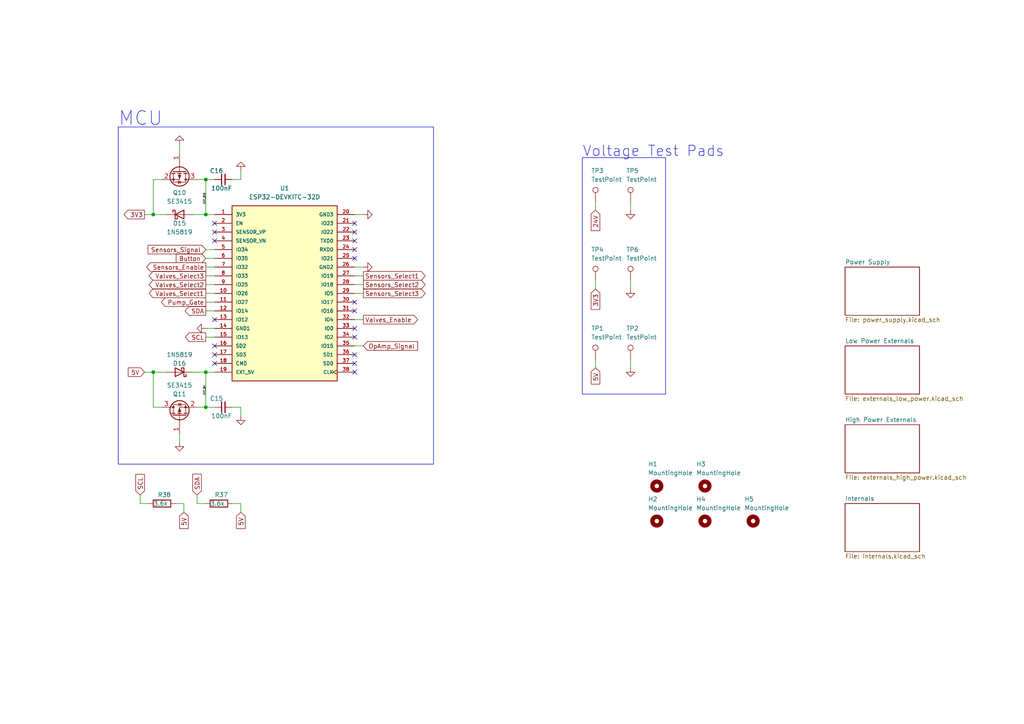
<source format=kicad_sch>
(kicad_sch (version 20230121) (generator eeschema)
  (paper "A4")
  (title_block (title "Plant Watering") (date "2022-08-29") (rev "1") (company "All in one device for plant irrigation") (comment 1 "Reading moisture, processing data, including weather, switching of solenoid valves") (comment 2 "5 A peak current, max. 1 s") (comment 3 "24 V input voltage"))
  (lib_symbols
    (symbol "Connector:TestPoint" (pin_numbers hide) (pin_names (offset 0.762) hide)
      (property "Reference" "TP" (at 0 6.858 0))
      (property "Value" "TestPoint" (at 0 5.08 0))
      (symbol "TestPoint_0_1"
        (circle (center 0 3.302) (radius 0.762))
      )
      (symbol "TestPoint_1_1"
        (pin passive line (at 0 0 90) (length 2.54) (name "1") (number "1"))
      )
    )
    (symbol "Device:C_Small" (pin_numbers hide) (pin_names (offset 0.254) hide)
      (property "Reference" "C" (at 0.254 1.778 0))
      (property "Value" "C_Small" (at 0.254 -2.032 0))
      (symbol "C_Small_0_1"
        (polyline (pts (xy -1.524 -0.508) (xy 1.524 -0.508)) (stroke (width 0.3302)))
        (polyline (pts (xy -1.524 0.508) (xy 1.524 0.508)) (stroke (width 0.3048)))
      )
      (symbol "C_Small_1_1"
        (pin passive line (at 0 2.54 270) (length 2.032) (name "~") (number "1"))
        (pin passive line (at 0 -2.54 90) (length 2.032) (name "~") (number "2"))
      )
    )
    (symbol "Device:D_Schottky" (pin_numbers hide) (pin_names (offset 1.016) hide)
      (property "Reference" "D" (at 0 2.54 0))
      (property "Value" "D_Schottky" (at 0 -2.54 0))
      (symbol "D_Schottky_0_1"
        (polyline (pts (xy 1.27 0) (xy -1.27 0)))
        (polyline (pts (xy 1.27 1.27) (xy 1.27 -1.27) (xy -1.27 0) (xy 1.27 1.27)) (stroke (width 0.254)))
        (polyline (pts (xy -1.905 0.635) (xy -1.905 1.27) (xy -1.27 1.27) (xy -1.27 -1.27) (xy -0.635 -1.27) (xy -0.635 -0.635)) (stroke (width 0.254)))
      )
      (symbol "D_Schottky_1_1"
        (pin passive line (at -3.81 0 0) (length 2.54) (name "K") (number "1"))
        (pin passive line (at 3.81 0 180) (length 2.54) (name "A") (number "2"))
      )
    )
    (symbol "Device:R" (pin_numbers hide) (pin_names (offset 0))
      (property "Reference" "R" (at 2.032 0 90))
      (property "Value" "R" (at 0 0 90))
      (symbol "R_0_1"
        (rectangle (start -1.016 -2.54) (end 1.016 2.54) (stroke (width 0.254)))
      )
      (symbol "R_1_1"
        (pin passive line (at 0 3.81 270) (length 1.27) (name "~") (number "1"))
        (pin passive line (at 0 -3.81 90) (length 1.27) (name "~") (number "2"))
      )
    )
    (symbol "ESP32-DEVKITC-32D:ESP32-DEVKITC-32D" (pin_names (offset 1.016))
      (property "Reference" "U" (at -15.2654 26.0604 0))
      (property "Value" "ESP32-DEVKITC-32D" (at -15.2654 -27.9654 0))
      (symbol "ESP32-DEVKITC-32D_0_0"
        (rectangle (start -15.24 -25.4) (end 15.24 25.4) (stroke (width 0.254)) (fill (type background)))
        (pin power_in line (at -20.32 22.86 0) (length 5.08) (name "3V3") (number "1"))
        (pin bidirectional line (at -20.32 0 0) (length 5.08) (name "IO26") (number "10"))
        (pin bidirectional line (at -20.32 -2.54 0) (length 5.08) (name "IO27") (number "11"))
        (pin bidirectional line (at -20.32 -5.08 0) (length 5.08) (name "IO14") (number "12"))
        (pin bidirectional line (at -20.32 -7.62 0) (length 5.08) (name "IO12") (number "13"))
        (pin power_in line (at -20.32 -10.16 0) (length 5.08) (name "GND1") (number "14"))
        (pin bidirectional line (at -20.32 -12.7 0) (length 5.08) (name "IO13") (number "15"))
        (pin bidirectional line (at -20.32 -15.24 0) (length 5.08) (name "SD2") (number "16"))
        (pin bidirectional line (at -20.32 -17.78 0) (length 5.08) (name "SD3") (number "17"))
        (pin bidirectional line (at -20.32 -20.32 0) (length 5.08) (name "CMD") (number "18"))
        (pin power_in line (at -20.32 -22.86 0) (length 5.08) (name "EXT_5V") (number "19"))
        (pin input line (at -20.32 20.32 0) (length 5.08) (name "EN") (number "2"))
        (pin power_in line (at 20.32 22.86 180) (length 5.08) (name "GND3") (number "20"))
        (pin bidirectional line (at 20.32 20.32 180) (length 5.08) (name "IO23") (number "21"))
        (pin bidirectional line (at 20.32 17.78 180) (length 5.08) (name "IO22") (number "22"))
        (pin output line (at 20.32 15.24 180) (length 5.08) (name "TXD0") (number "23"))
        (pin input line (at 20.32 12.7 180) (length 5.08) (name "RXD0") (number "24"))
        (pin bidirectional line (at 20.32 10.16 180) (length 5.08) (name "IO21") (number "25"))
        (pin power_in line (at 20.32 7.62 180) (length 5.08) (name "GND2") (number "26"))
        (pin bidirectional line (at 20.32 5.08 180) (length 5.08) (name "IO19") (number "27"))
        (pin bidirectional line (at 20.32 2.54 180) (length 5.08) (name "IO18") (number "28"))
        (pin bidirectional line (at 20.32 0 180) (length 5.08) (name "IO5") (number "29"))
        (pin input line (at -20.32 17.78 0) (length 5.08) (name "SENSOR_VP") (number "3"))
        (pin bidirectional line (at 20.32 -2.54 180) (length 5.08) (name "IO17") (number "30"))
        (pin bidirectional line (at 20.32 -5.08 180) (length 5.08) (name "IO16") (number "31"))
        (pin bidirectional line (at 20.32 -7.62 180) (length 5.08) (name "IO4") (number "32"))
        (pin bidirectional line (at 20.32 -10.16 180) (length 5.08) (name "IO0") (number "33"))
        (pin bidirectional line (at 20.32 -12.7 180) (length 5.08) (name "IO2") (number "34"))
        (pin bidirectional line (at 20.32 -15.24 180) (length 5.08) (name "IO15") (number "35"))
        (pin bidirectional line (at 20.32 -17.78 180) (length 5.08) (name "SD1") (number "36"))
        (pin bidirectional line (at 20.32 -20.32 180) (length 5.08) (name "SD0") (number "37"))
        (pin input clock (at 20.32 -22.86 180) (length 5.08) (name "CLK") (number "38"))
        (pin input line (at -20.32 15.24 0) (length 5.08) (name "SENSOR_VN") (number "4"))
        (pin bidirectional line (at -20.32 12.7 0) (length 5.08) (name "IO34") (number "5"))
        (pin bidirectional line (at -20.32 10.16 0) (length 5.08) (name "IO35") (number "6"))
        (pin bidirectional line (at -20.32 7.62 0) (length 5.08) (name "IO32") (number "7"))
        (pin bidirectional line (at -20.32 5.08 0) (length 5.08) (name "IO33") (number "8"))
        (pin bidirectional line (at -20.32 2.54 0) (length 5.08) (name "IO25") (number "9"))
      )
    )
    (symbol "Mechanical:MountingHole" (pin_names (offset 1.016))
      (property "Reference" "H" (at 0 5.08 0))
      (property "Value" "MountingHole" (at 0 3.175 0))
      (symbol "MountingHole_0_1"
        (circle (center 0 0) (radius 1.27) (stroke (width 1.27)))
      )
    )
    (symbol "Transistor_FET:AO3401A" (pin_names hide)
      (property "Reference" "Q" (at 5.08 1.905 0))
      (property "Value" "AO3401A" (at 5.08 0 0))
      (symbol "AO3401A_0_1"
        (polyline (pts (xy 0.254 0) (xy -2.54 0)))
        (polyline (pts (xy 0.254 1.905) (xy 0.254 -1.905)) (stroke (width 0.254)))
        (polyline (pts (xy 0.762 -1.27) (xy 0.762 -2.286)) (stroke (width 0.254)))
        (polyline (pts (xy 0.762 0.508) (xy 0.762 -0.508)) (stroke (width 0.254)))
        (polyline (pts (xy 0.762 2.286) (xy 0.762 1.27)) (stroke (width 0.254)))
        (polyline (pts (xy 2.54 2.54) (xy 2.54 1.778)))
        (polyline (pts (xy 2.54 -2.54) (xy 2.54 0) (xy 0.762 0)))
        (polyline (pts (xy 0.762 1.778) (xy 3.302 1.778) (xy 3.302 -1.778) (xy 0.762 -1.778)))
        (polyline (pts (xy 2.286 0) (xy 1.27 0.381) (xy 1.27 -0.381) (xy 2.286 0)) (fill (type outline)))
        (polyline (pts (xy 2.794 -0.508) (xy 2.921 -0.381) (xy 3.683 -0.381) (xy 3.81 -0.254)))
        (polyline (pts (xy 3.302 -0.381) (xy 2.921 0.254) (xy 3.683 0.254) (xy 3.302 -0.381)))
        (circle (center 1.651 0) (radius 2.794) (stroke (width 0.254)))
        (circle (center 2.54 -1.778) (radius 0.254) (fill (type outline)))
        (circle (center 2.54 1.778) (radius 0.254) (fill (type outline)))
      )
      (symbol "AO3401A_1_1"
        (pin input line (at -5.08 0 0) (length 2.54) (name "G") (number "1"))
        (pin passive line (at 2.54 -5.08 90) (length 2.54) (name "S") (number "2"))
        (pin passive line (at 2.54 5.08 270) (length 2.54) (name "D") (number "3"))
      )
    )
    (symbol "power:GND" (power) (pin_names (offset 0))
      (property "Value" "GND" (at 0 -3.81 0))
      (symbol "GND_0_1"
        (polyline (pts (xy 0 0) (xy 0 -1.27) (xy 1.27 -1.27) (xy 0 -2.54) (xy -1.27 -1.27) (xy 0 -1.27)))
      )
      (symbol "GND_1_1"
        (pin power_in line (at 0 0 270) (length 0) hide (name "GND") (number "1"))
      )
    )
  )
  (junction (at 44.45 62.23))
  (junction (at 44.45 107.95))
  (junction (at 59.69 52.07))
  (junction (at 59.69 107.95))
  (junction (at 59.69 118.11))
  (junction (at 59.69 62.23))
  (no_connect (at 62.23 92.71))
  (no_connect (at 102.87 97.79))
  (no_connect (at 102.87 90.17))
  (no_connect (at 62.23 64.77))
  (no_connect (at 62.23 67.31))
  (no_connect (at 102.87 107.95))
  (no_connect (at 102.87 102.87))
  (no_connect (at 102.87 105.41))
  (no_connect (at 62.23 100.33))
  (no_connect (at 102.87 74.93))
  (no_connect (at 102.87 64.77))
  (no_connect (at 102.87 67.31))
  (no_connect (at 62.23 105.41))
  (no_connect (at 62.23 102.87))
  (no_connect (at 102.87 87.63))
  (no_connect (at 62.23 69.85))
  (no_connect (at 102.87 95.25))
  (no_connect (at 102.87 69.85))
  (no_connect (at 102.87 72.39))
  (polyline (pts (xy 168.91 45.72) (xy 168.91 114.3)))
  (wire (pts (xy 41.91 107.95) (xy 44.45 107.95)))
  (wire (pts (xy 67.31 52.07) (xy 69.85 52.07)))
  (polyline (pts (xy 193.04 114.3) (xy 193.04 45.72)))
  (wire (pts (xy 46.99 52.07) (xy 44.45 52.07)))
  (wire (pts (xy 69.85 52.07) (xy 69.85 49.53)))
  (wire (pts (xy 57.15 146.05) (xy 57.15 143.51)))
  (polyline (pts (xy 34.29 36.83) (xy 34.29 134.62)))
  (wire (pts (xy 59.69 87.63) (xy 62.23 87.63)))
  (wire (pts (xy 59.69 97.79) (xy 62.23 97.79)))
  (wire (pts (xy 59.69 52.07) (xy 62.23 52.07)))
  (wire (pts (xy 44.45 62.23) (xy 48.26 62.23)))
  (wire (pts (xy 102.87 82.55) (xy 105.41 82.55)))
  (wire (pts (xy 59.69 107.95) (xy 62.23 107.95)))
  (wire (pts (xy 52.07 41.91) (xy 52.07 44.45)))
  (wire (pts (xy 102.87 80.01) (xy 105.41 80.01)))
  (wire (pts (xy 102.87 77.47) (xy 105.41 77.47)))
  (polyline (pts (xy 125.73 134.62) (xy 125.73 36.83)))
  (wire (pts (xy 69.85 148.59) (xy 69.85 146.05)))
  (wire (pts (xy 59.69 62.23) (xy 62.23 62.23)))
  (wire (pts (xy 172.72 58.42) (xy 172.72 60.96)))
  (wire (pts (xy 40.64 146.05) (xy 40.64 143.51)))
  (wire (pts (xy 59.69 80.01) (xy 62.23 80.01)))
  (wire (pts (xy 69.85 118.11) (xy 69.85 120.65)))
  (polyline (pts (xy 168.91 114.3) (xy 193.04 114.3)))
  (wire (pts (xy 172.72 104.14) (xy 172.72 106.68)))
  (wire (pts (xy 59.69 52.07) (xy 59.69 62.23)))
  (polyline (pts (xy 125.73 36.83) (xy 34.29 36.83)))
  (wire (pts (xy 62.23 95.25) (xy 59.69 95.25)))
  (wire (pts (xy 182.88 58.42) (xy 182.88 60.96)))
  (wire (pts (xy 46.99 118.11) (xy 44.45 118.11)))
  (wire (pts (xy 55.88 62.23) (xy 59.69 62.23)))
  (wire (pts (xy 55.88 107.95) (xy 59.69 107.95)))
  (wire (pts (xy 53.34 146.05) (xy 50.8 146.05)))
  (wire (pts (xy 69.85 146.05) (xy 67.31 146.05)))
  (wire (pts (xy 57.15 52.07) (xy 59.69 52.07)))
  (wire (pts (xy 102.87 85.09) (xy 105.41 85.09)))
  (wire (pts (xy 59.69 72.39) (xy 62.23 72.39)))
  (wire (pts (xy 105.41 100.33) (xy 102.87 100.33)))
  (polyline (pts (xy 34.29 134.62) (xy 125.73 134.62)))
  (wire (pts (xy 59.69 77.47) (xy 62.23 77.47)))
  (wire (pts (xy 44.45 118.11) (xy 44.45 107.95)))
  (wire (pts (xy 44.45 52.07) (xy 44.45 62.23)))
  (wire (pts (xy 172.72 81.28) (xy 172.72 83.82)))
  (polyline (pts (xy 168.91 45.72) (xy 193.04 45.72)))
  (wire (pts (xy 59.69 85.09) (xy 62.23 85.09)))
  (wire (pts (xy 59.69 146.05) (xy 57.15 146.05)))
  (wire (pts (xy 102.87 92.71) (xy 105.41 92.71)))
  (wire (pts (xy 59.69 118.11) (xy 62.23 118.11)))
  (wire (pts (xy 182.88 104.14) (xy 182.88 106.68)))
  (wire (pts (xy 67.31 118.11) (xy 69.85 118.11)))
  (wire (pts (xy 59.69 82.55) (xy 62.23 82.55)))
  (wire (pts (xy 52.07 128.27) (xy 52.07 125.73)))
  (wire (pts (xy 59.69 90.17) (xy 62.23 90.17)))
  (wire (pts (xy 59.69 107.95) (xy 59.69 118.11)))
  (wire (pts (xy 44.45 107.95) (xy 48.26 107.95)))
  (wire (pts (xy 59.69 74.93) (xy 62.23 74.93)))
  (wire (pts (xy 41.91 62.23) (xy 44.45 62.23)))
  (wire (pts (xy 182.88 81.28) (xy 182.88 83.82)))
  (wire (pts (xy 43.18 146.05) (xy 40.64 146.05)))
  (wire (pts (xy 102.87 62.23) (xy 105.41 62.23)))
  (wire (pts (xy 57.15 118.11) (xy 59.69 118.11)))
  (wire (pts (xy 53.34 148.59) (xy 53.34 146.05)))
  (text "Voltage Test Pads" (at 168.91 45.72 0) (effects (font (size 3 3)) (justify left bottom)))
  (text "MCU" (at 34.29 36.83 0) (effects (font (size 4 4)) (justify left bottom)))
  (label "EXT_3V3" (at 59.69 55.88 270) (effects (font (size 0.5 0.5))))
  (label "EXT_5V" (at 59.69 111.76 270) (effects (font (size 0.5 0.5))))
  (global_label "OpAmp_Signal" (shape input) (at 105.41 100.33 0) (property "Intersheetrefs" "${INTERSHEET_REFS}" (effects hide)))
  (global_label "SCL" (shape input) (at 40.64 143.51 90) (property "Intersheetrefs" "${INTERSHEET_REFS}" (effects hide)))
  (global_label "SDA" (shape input) (at 57.15 143.51 90) (property "Intersheetrefs" "${INTERSHEET_REFS}" (effects hide)))
  (global_label "SCL" (shape output) (at 59.69 97.79 180) (property "Intersheetrefs" "${INTERSHEET_REFS}" (effects hide)))
  (global_label "Valves_Enable" (shape output) (at 105.41 92.71 0) (property "Intersheetrefs" "${INTERSHEET_REFS}" (effects hide)))
  (global_label "Sensors_Select3" (shape output) (at 105.41 85.09 0) (property "Intersheetrefs" "${INTERSHEET_REFS}" (effects hide)))
  (global_label "Valves_Select3" (shape output) (at 59.69 80.01 180) (property "Intersheetrefs" "${INTERSHEET_REFS}" (effects hide)))
  (global_label "Sensors_Select1" (shape output) (at 105.41 80.01 0) (property "Intersheetrefs" "${INTERSHEET_REFS}" (effects hide)))
  (global_label "3V3" (shape input) (at 172.72 83.82 270) (property "Intersheetrefs" "${INTERSHEET_REFS}" (effects hide)))
  (global_label "Valves_Select1" (shape output) (at 59.69 85.09 180) (property "Intersheetrefs" "${INTERSHEET_REFS}" (effects hide)))
  (global_label "5V" (shape input) (at 53.34 148.59 270) (property "Intersheetrefs" "${INTERSHEET_REFS}" (effects hide)))
  (global_label "Valves_Select2" (shape output) (at 59.69 82.55 180) (property "Intersheetrefs" "${INTERSHEET_REFS}" (effects hide)))
  (global_label "3V3" (shape output) (at 41.91 62.23 180) (property "Intersheetrefs" "${INTERSHEET_REFS}" (effects hide)))
  (global_label "5V" (shape input) (at 172.72 106.68 270) (property "Intersheetrefs" "${INTERSHEET_REFS}" (effects hide)))
  (global_label "Sensors_Signal" (shape input) (at 59.69 72.39 180) (property "Intersheetrefs" "${INTERSHEET_REFS}" (effects hide)))
  (global_label "5V" (shape input) (at 69.85 148.59 270) (property "Intersheetrefs" "${INTERSHEET_REFS}" (effects hide)))
  (global_label "SDA" (shape output) (at 59.69 90.17 180) (property "Intersheetrefs" "${INTERSHEET_REFS}" (effects hide)))
  (global_label "Pump_Gate" (shape output) (at 59.69 87.63 180) (property "Intersheetrefs" "${INTERSHEET_REFS}" (effects hide)))
  (global_label "Sensors_Enable" (shape output) (at 59.69 77.47 180) (property "Intersheetrefs" "${INTERSHEET_REFS}" (effects hide)))
  (global_label "Sensors_Select2" (shape output) (at 105.41 82.55 0) (property "Intersheetrefs" "${INTERSHEET_REFS}" (effects hide)))
  (global_label "Button" (shape input) (at 59.69 74.93 180) (property "Intersheetrefs" "${INTERSHEET_REFS}" (effects hide)))
  (global_label "24V" (shape input) (at 172.72 60.96 270) (property "Intersheetrefs" "${INTERSHEET_REFS}" (effects hide)))
  (global_label "5V" (shape input) (at 41.91 107.95 180) (property "Intersheetrefs" "${INTERSHEET_REFS}" (effects hide)))
  (symbol (lib_id "power:GND") (at 52.07 128.27 0) (unit 1)
    (property "Reference" "#PWR09" (effects hide))
    (property "Value" "GND" (effects hide))
  )
  (symbol (lib_id "power:GND") (at 69.85 49.53 180) (unit 1)
    (property "Reference" "#PWR015" (effects hide))
    (property "Value" "GND" (effects hide))
  )
  (symbol (lib_id "Device:C_Small") (at 64.77 52.07 90) (unit 1)
    (property "Reference" "C16" (at 64.77 49.53 90) (effects (justify left)))
    (property "Value" "100nF" (at 67.31 54.61 90) (effects (justify left)))
    (property "Footprint" "Capacitor_SMD:C_0805_2012Metric" (effects hide))
    (property "LCSC" "C49678" (effects hide))
  )
  (symbol (lib_id "Connector:TestPoint") (at 172.72 104.14 0) (unit 1)
    (property "Reference" "TP1" (at 171.45 95.25 0) (effects (justify left)))
    (property "Value" "TestPoint" (at 171.45 97.79 0) (effects (justify left)))
    (property "Footprint" "TestPoint:TestPoint_Pad_D2.0mm" (effects hide))
  )
  (symbol (lib_id "Device:C_Small") (at 64.77 118.11 90) (unit 1)
    (property "Reference" "C15" (at 64.77 115.57 90) (effects (justify left)))
    (property "Value" "100nF" (at 67.31 120.65 90) (effects (justify left)))
    (property "Footprint" "Capacitor_SMD:C_0805_2012Metric" (effects hide))
    (property "LCSC" "C49678" (effects hide))
  )
  (symbol (lib_id "power:GND") (at 69.85 120.65 0) (unit 1)
    (property "Reference" "#PWR014" (effects hide))
    (property "Value" "GND" (effects hide))
  )
  (symbol (lib_id "Transistor_FET:AO3401A") (at 52.07 49.53 270) (unit 1)
    (property "Reference" "Q10" (at 52.07 55.88 90))
    (property "Value" "SE3415" (at 52.07 58.42 90))
    (property "Footprint" "Package_TO_SOT_SMD:SOT-23" (effects hide))
    (property "Datasheet" "https://datasheet.lcsc.com/lcsc/2208251800_SINO-IC-SE3415_C238680.pdf" (effects hide))
    (property "LCSC" "C238680" (effects hide))
  )
  (symbol (lib_id "Device:R") (at 63.5 146.05 270) (unit 1)
    (property "Reference" "R37" (at 62.23 143.51 90) (effects (justify left)))
    (property "Value" "3.6k" (at 60.96 146.05 90) (effects (justify left)))
    (property "Footprint" "Resistor_SMD:R_0805_2012Metric" (effects hide))
    (property "LCSC" "C18359" (effects hide))
  )
  (symbol (lib_id "Connector:TestPoint") (at 172.72 81.28 0) (unit 1)
    (property "Reference" "TP4" (at 171.45 72.39 0) (effects (justify left)))
    (property "Value" "TestPoint" (at 171.45 74.93 0) (effects (justify left)))
    (property "Footprint" "TestPoint:TestPoint_Pad_D2.0mm" (effects hide))
  )
  (symbol (lib_id "Connector:TestPoint") (at 172.72 58.42 0) (unit 1)
    (property "Reference" "TP3" (at 171.45 49.53 0) (effects (justify left)))
    (property "Value" "TestPoint" (at 171.45 52.07 0) (effects (justify left)))
    (property "Footprint" "TestPoint:TestPoint_Pad_D2.0mm" (effects hide))
  )
  (symbol (lib_id "power:GND") (at 105.41 77.47 90) (unit 1)
    (property "Reference" "#PWR0101" (effects hide))
    (property "Value" "GND" (effects hide))
  )
  (symbol (lib_id "Mechanical:MountingHole") (at 204.47 151.13 0) (unit 1)
    (property "Reference" "H4" (at 201.93 144.78 0) (effects (justify left)))
    (property "Value" "MountingHole" (at 201.93 147.32 0) (effects (justify left)))
    (property "Footprint" "MountingHole:MountingHole_4.3mm_M4" (effects hide))
  )
  (symbol (lib_id "power:GND") (at 182.88 83.82 0) (unit 1)
    (property "Reference" "#PWR027" (effects hide))
    (property "Value" "GND" (effects hide))
  )
  (symbol (lib_id "Connector:TestPoint") (at 182.88 58.42 0) (unit 1)
    (property "Reference" "TP5" (at 181.61 49.53 0) (effects (justify left)))
    (property "Value" "TestPoint" (at 181.61 52.07 0) (effects (justify left)))
    (property "Footprint" "TestPoint:TestPoint_Pad_D2.0mm" (effects hide))
  )
  (symbol (lib_id "Device:R") (at 46.99 146.05 270) (unit 1)
    (property "Reference" "R38" (at 45.72 143.51 90) (effects (justify left)))
    (property "Value" "3.6k" (at 44.45 146.05 90) (effects (justify left)))
    (property "Footprint" "Resistor_SMD:R_0805_2012Metric" (effects hide))
    (property "LCSC" "C18359" (effects hide))
  )
  (symbol (lib_id "Mechanical:MountingHole") (at 218.44 151.13 0) (unit 1)
    (property "Reference" "H5" (at 215.9 144.78 0) (effects (justify left)))
    (property "Value" "MountingHole" (at 215.9 147.32 0) (effects (justify left)))
    (property "Footprint" "MountingHole:MountingHole_4.3mm_M4" (effects hide))
  )
  (symbol (lib_id "Device:D_Schottky") (at 52.07 62.23 0) (unit 1)
    (property "Reference" "D15" (at 52.07 64.77 0))
    (property "Value" "1N5819" (at 52.07 67.31 0))
    (property "Footprint" "Diode_SMD:D_SMA" (effects hide))
    (property "LCSC" "C437199" (effects hide))
  )
  (symbol (lib_id "Device:D_Schottky") (at 52.07 107.95 180) (unit 1)
    (property "Reference" "D16" (at 52.07 105.41 0))
    (property "Value" "1N5819" (at 52.07 102.87 0))
    (property "Footprint" "Diode_SMD:D_SMA" (effects hide))
    (property "LCSC" "C437199" (effects hide))
  )
  (symbol (lib_id "power:GND") (at 52.07 41.91 180) (unit 1)
    (property "Reference" "#PWR08" (effects hide))
    (property "Value" "GND" (effects hide))
  )
  (symbol (lib_id "Mechanical:MountingHole") (at 190.5 151.13 0) (unit 1)
    (property "Reference" "H2" (at 187.96 144.78 0) (effects (justify left)))
    (property "Value" "MountingHole" (at 187.96 147.32 0) (effects (justify left)))
    (property "Footprint" "MountingHole:MountingHole_4.3mm_M4" (effects hide))
  )
  (symbol (lib_id "ESP32-DEVKITC-32D:ESP32-DEVKITC-32D") (at 82.55 85.09 0) (unit 1) (in_bom no)
    (property "Reference" "U1" (at 82.55 54.61 0))
    (property "Value" "ESP32-DEVKITC-32D" (at 82.55 57.15 0))
    (property "Footprint" "PersonalLibrary:MODULE_ESP32-DEVKITC-32D" (effects hide))
    (property "PARTREV" "4" (effects hide))
    (property "MANUFACTURER" "Espressif Systems" (effects hide))
  )
  (symbol (lib_id "power:GND") (at 182.88 60.96 0) (unit 1)
    (property "Reference" "#PWR026" (effects hide))
    (property "Value" "GND" (effects hide))
  )
  (symbol (lib_id "Mechanical:MountingHole") (at 204.47 140.97 0) (unit 1)
    (property "Reference" "H3" (at 201.93 134.62 0) (effects (justify left)))
    (property "Value" "MountingHole" (at 201.93 137.16 0) (effects (justify left)))
    (property "Footprint" "MountingHole:MountingHole_4.3mm_M4" (effects hide))
  )
  (symbol (lib_id "Mechanical:MountingHole") (at 190.5 140.97 0) (unit 1)
    (property "Reference" "H1" (at 187.96 134.62 0) (effects (justify left)))
    (property "Value" "MountingHole" (at 187.96 137.16 0) (effects (justify left)))
    (property "Footprint" "MountingHole:MountingHole_4.3mm_M4" (effects hide))
  )
  (symbol (lib_id "Transistor_FET:AO3401A") (at 52.07 120.65 90) (unit 1)
    (property "Reference" "Q11" (at 52.07 114.3 90))
    (property "Value" "SE3415" (at 52.07 111.76 90))
    (property "Footprint" "Package_TO_SOT_SMD:SOT-23" (effects hide))
    (property "Datasheet" "https://datasheet.lcsc.com/lcsc/2208251800_SINO-IC-SE3415_C238680.pdf" (effects hide))
    (property "LCSC" "C238680" (effects hide))
  )
  (symbol (lib_id "power:GND") (at 182.88 106.68 0) (unit 1)
    (property "Reference" "#PWR024" (effects hide))
    (property "Value" "GND" (effects hide))
  )
  (symbol (lib_id "power:GND") (at 59.69 95.25 270) (unit 1)
    (property "Reference" "#PWR06" (effects hide))
    (property "Value" "GND" (effects hide))
  )
  (symbol (lib_id "Connector:TestPoint") (at 182.88 104.14 0) (unit 1)
    (property "Reference" "TP2" (at 181.61 95.25 0) (effects (justify left)))
    (property "Value" "TestPoint" (at 181.61 97.79 0) (effects (justify left)))
    (property "Footprint" "TestPoint:TestPoint_Pad_D2.0mm" (effects hide))
  )
  (symbol (lib_id "Connector:TestPoint") (at 182.88 81.28 0) (unit 1)
    (property "Reference" "TP6" (at 181.61 72.39 0) (effects (justify left)))
    (property "Value" "TestPoint" (at 181.61 74.93 0) (effects (justify left)))
    (property "Footprint" "TestPoint:TestPoint_Pad_D2.0mm" (effects hide))
  )
  (symbol (lib_id "power:GND") (at 105.41 62.23 90) (unit 1)
    (property "Reference" "#PWR0102" (effects hide))
    (property "Value" "GND" (effects hide))
  )
  (sheet (at 245.11 100.33) (size 21.59 13.97) (stroke (width 0.1524))
    (property "Sheetname" "Low Power Externals" (at 245.11 99.6184 0) (effects (justify left bottom)))
    (property "Sheetfile" "externals_low_power.kicad_sch" (at 245.11 114.8846 0) (effects (justify left top)))
  )
  (sheet (at 245.11 146.05) (size 21.59 13.97) (stroke (width 0.1524))
    (property "Sheetname" "Internals" (at 245.11 145.3384 0) (effects (justify left bottom)))
    (property "Sheetfile" "internals.kicad_sch" (at 245.11 160.6046 0) (effects (justify left top)))
  )
  (sheet (at 245.11 77.47) (size 21.59 13.97) (stroke (width 0.1524))
    (property "Sheetname" "Power Supply" (at 245.11 76.7584 0) (effects (justify left bottom)))
    (property "Sheetfile" "power_supply.kicad_sch" (at 245.11 92.0246 0) (effects (justify left top)))
  )
  (sheet (at 245.11 123.19) (size 21.59 13.97) (stroke (width 0.1524))
    (property "Sheetname" "High Power Externals" (at 245.11 122.4784 0) (effects (justify left bottom)))
    (property "Sheetfile" "externals_high_power.kicad_sch" (at 245.11 137.7446 0) (effects (justify left top)))
  )
)
</source>
